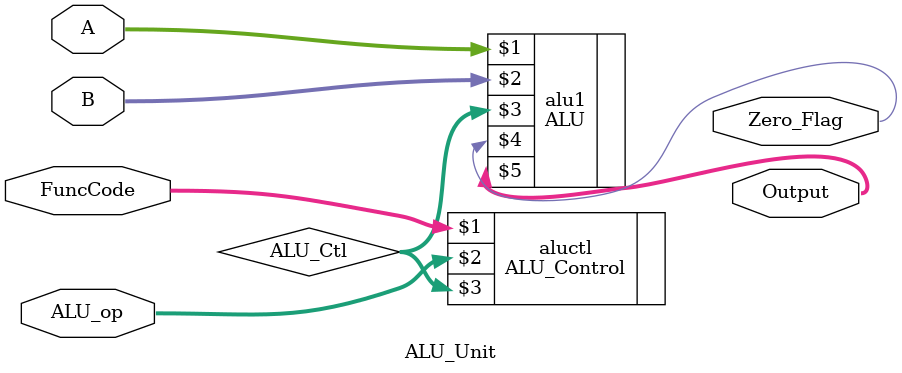
<source format=v>
`timescale 1ns / 1ps
module ALU_Unit(FuncCode, ALU_op, A, B, Zero_Flag, Output);
	input			[31:0]	A,B;
	input			[5:0]		FuncCode;
	input			[1:0]		ALU_op;
	
	wire 			[3:0]		ALU_Ctl;
	
	output			Zero_Flag;
	output [31:0]	Output;
	
	ALU_Control aluctl(FuncCode, ALU_op, ALU_Ctl);
	ALU			alu1(A,B,ALU_Ctl, Zero_Flag,Output);

endmodule

</source>
